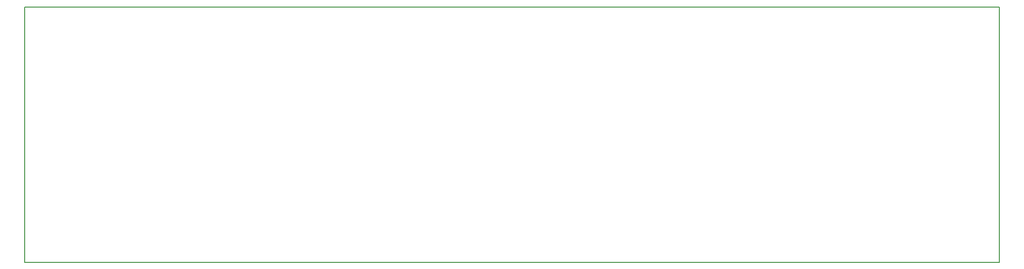
<source format=gbr>
G04 #@! TF.GenerationSoftware,KiCad,Pcbnew,5.0.2-bee76a0~70~ubuntu18.04.1*
G04 #@! TF.CreationDate,2019-05-10T17:39:34+10:00*
G04 #@! TF.ProjectId,busboard,62757362-6f61-4726-942e-6b696361645f,rev?*
G04 #@! TF.SameCoordinates,Original*
G04 #@! TF.FileFunction,Profile,NP*
%FSLAX46Y46*%
G04 Gerber Fmt 4.6, Leading zero omitted, Abs format (unit mm)*
G04 Created by KiCad (PCBNEW 5.0.2-bee76a0~70~ubuntu18.04.1) date Fri 10 May 2019 17:39:34 AEST*
%MOMM*%
%LPD*%
G01*
G04 APERTURE LIST*
%ADD10C,0.150000*%
G04 APERTURE END LIST*
D10*
X204470000Y-40640000D02*
X204470000Y-86360000D01*
X30480000Y-86360000D02*
X30480000Y-40640000D01*
X204470000Y-86360000D02*
X30480000Y-86360000D01*
X30480000Y-40640000D02*
X204470000Y-40640000D01*
M02*

</source>
